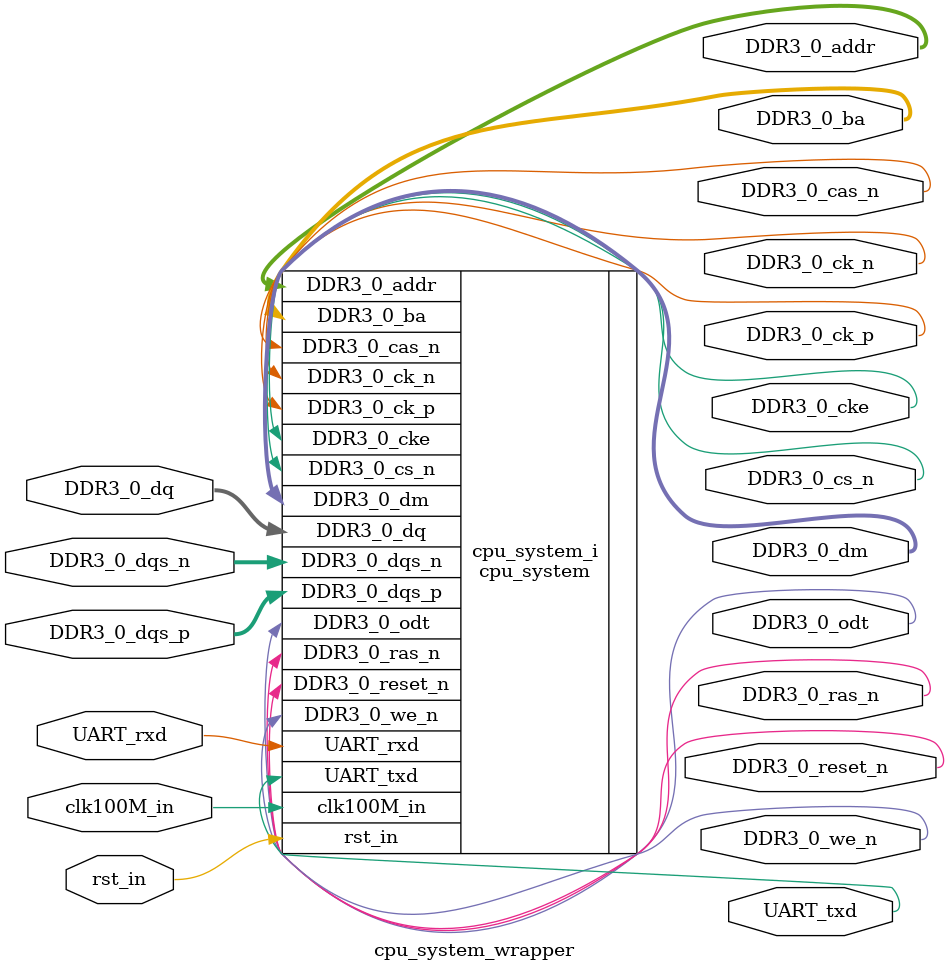
<source format=v>
`timescale 1 ps / 1 ps

module cpu_system_wrapper
   (DDR3_0_addr,
    DDR3_0_ba,
    DDR3_0_cas_n,
    DDR3_0_ck_n,
    DDR3_0_ck_p,
    DDR3_0_cke,
    DDR3_0_cs_n,
    DDR3_0_dm,
    DDR3_0_dq,
    DDR3_0_dqs_n,
    DDR3_0_dqs_p,
    DDR3_0_odt,
    DDR3_0_ras_n,
    DDR3_0_reset_n,
    DDR3_0_we_n,
    UART_rxd,
    UART_txd,
    clk100M_in,
    rst_in);
  output [14:0]DDR3_0_addr;
  output [2:0]DDR3_0_ba;
  output DDR3_0_cas_n;
  output [0:0]DDR3_0_ck_n;
  output [0:0]DDR3_0_ck_p;
  output [0:0]DDR3_0_cke;
  output [0:0]DDR3_0_cs_n;
  output [3:0]DDR3_0_dm;
  inout [31:0]DDR3_0_dq;
  inout [3:0]DDR3_0_dqs_n;
  inout [3:0]DDR3_0_dqs_p;
  output [0:0]DDR3_0_odt;
  output DDR3_0_ras_n;
  output DDR3_0_reset_n;
  output DDR3_0_we_n;
  input UART_rxd;
  output UART_txd;
  input clk100M_in;
  input rst_in;

  wire [14:0]DDR3_0_addr;
  wire [2:0]DDR3_0_ba;
  wire DDR3_0_cas_n;
  wire [0:0]DDR3_0_ck_n;
  wire [0:0]DDR3_0_ck_p;
  wire [0:0]DDR3_0_cke;
  wire [0:0]DDR3_0_cs_n;
  wire [3:0]DDR3_0_dm;
  wire [31:0]DDR3_0_dq;
  wire [3:0]DDR3_0_dqs_n;
  wire [3:0]DDR3_0_dqs_p;
  wire [0:0]DDR3_0_odt;
  wire DDR3_0_ras_n;
  wire DDR3_0_reset_n;
  wire DDR3_0_we_n;
  wire UART_rxd;
  wire UART_txd;
  wire clk100M_in;
  wire rst_in;

  cpu_system cpu_system_i
       (.DDR3_0_addr(DDR3_0_addr),
        .DDR3_0_ba(DDR3_0_ba),
        .DDR3_0_cas_n(DDR3_0_cas_n),
        .DDR3_0_ck_n(DDR3_0_ck_n),
        .DDR3_0_ck_p(DDR3_0_ck_p),
        .DDR3_0_cke(DDR3_0_cke),
        .DDR3_0_cs_n(DDR3_0_cs_n),
        .DDR3_0_dm(DDR3_0_dm),
        .DDR3_0_dq(DDR3_0_dq),
        .DDR3_0_dqs_n(DDR3_0_dqs_n),
        .DDR3_0_dqs_p(DDR3_0_dqs_p),
        .DDR3_0_odt(DDR3_0_odt),
        .DDR3_0_ras_n(DDR3_0_ras_n),
        .DDR3_0_reset_n(DDR3_0_reset_n),
        .DDR3_0_we_n(DDR3_0_we_n),
        .UART_rxd(UART_rxd),
        .UART_txd(UART_txd),
        .clk100M_in(clk100M_in),
        .rst_in(rst_in));
endmodule

</source>
